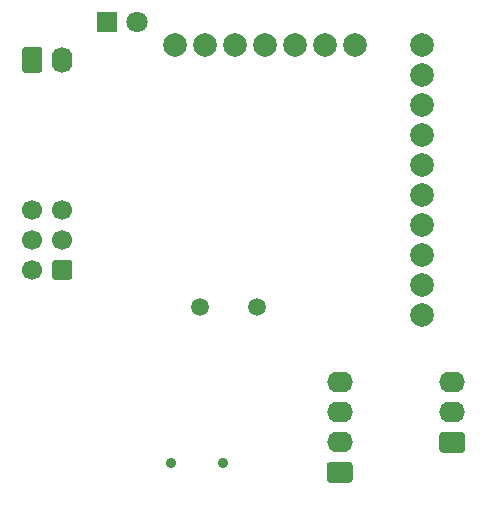
<source format=gbr>
%TF.GenerationSoftware,KiCad,Pcbnew,5.1.10*%
%TF.CreationDate,2021-10-29T02:28:02-05:00*%
%TF.ProjectId,evan_atmega32u4,6576616e-5f61-4746-9d65-676133327534,rev?*%
%TF.SameCoordinates,Original*%
%TF.FileFunction,Soldermask,Bot*%
%TF.FilePolarity,Negative*%
%FSLAX46Y46*%
G04 Gerber Fmt 4.6, Leading zero omitted, Abs format (unit mm)*
G04 Created by KiCad (PCBNEW 5.1.10) date 2021-10-29 02:28:02*
%MOMM*%
%LPD*%
G01*
G04 APERTURE LIST*
%ADD10C,1.500000*%
%ADD11C,1.800000*%
%ADD12R,1.800000X1.800000*%
%ADD13C,2.000000*%
%ADD14O,2.190000X1.740000*%
%ADD15C,0.900000*%
%ADD16O,1.740000X2.190000*%
%ADD17C,1.700000*%
G04 APERTURE END LIST*
D10*
%TO.C,Y1*%
X174825000Y-81915000D03*
X179705000Y-81915000D03*
%TD*%
D11*
%TO.C,D2*%
X169545000Y-57785000D03*
D12*
X167005000Y-57785000D03*
%TD*%
D13*
%TO.C,PB1*%
X187960000Y-59690000D03*
%TD*%
D14*
%TO.C,J5*%
X186690000Y-88265000D03*
X186690000Y-90805000D03*
X186690000Y-93345000D03*
G36*
G01*
X187535001Y-96755000D02*
X185844999Y-96755000D01*
G75*
G02*
X185595000Y-96505001I0J249999D01*
G01*
X185595000Y-95264999D01*
G75*
G02*
X185844999Y-95015000I249999J0D01*
G01*
X187535001Y-95015000D01*
G75*
G02*
X187785000Y-95264999I0J-249999D01*
G01*
X187785000Y-96505001D01*
G75*
G02*
X187535001Y-96755000I-249999J0D01*
G01*
G37*
%TD*%
D13*
%TO.C,PF7*%
X185420000Y-59690000D03*
%TD*%
%TO.C,PF6*%
X182880000Y-59690000D03*
%TD*%
%TO.C,PF5*%
X180340000Y-59690000D03*
%TD*%
%TO.C,PF4*%
X177800000Y-59690000D03*
%TD*%
%TO.C,PF1*%
X175260000Y-59690000D03*
%TD*%
%TO.C,PF0*%
X172720000Y-59690000D03*
%TD*%
%TO.C,PE2*%
X193675000Y-59690000D03*
%TD*%
%TO.C,PD7*%
X193675000Y-74930000D03*
%TD*%
%TO.C,PD6*%
X193675000Y-77470000D03*
%TD*%
%TO.C,PD5*%
X193675000Y-82550000D03*
%TD*%
%TO.C,PD4*%
X193675000Y-80010000D03*
%TD*%
%TO.C,PC7*%
X193675000Y-62230000D03*
%TD*%
%TO.C,PC6*%
X193675000Y-64770000D03*
%TD*%
%TO.C,PB6*%
X193675000Y-67310000D03*
%TD*%
%TO.C,PB5*%
X193675000Y-69850000D03*
%TD*%
%TO.C,PB4*%
X193675000Y-72390000D03*
%TD*%
D15*
%TO.C,J1*%
X176825000Y-95123000D03*
X172425000Y-95123000D03*
%TD*%
D14*
%TO.C,J4*%
X196215000Y-88265000D03*
X196215000Y-90805000D03*
G36*
G01*
X197060001Y-94215000D02*
X195369999Y-94215000D01*
G75*
G02*
X195120000Y-93965001I0J249999D01*
G01*
X195120000Y-92724999D01*
G75*
G02*
X195369999Y-92475000I249999J0D01*
G01*
X197060001Y-92475000D01*
G75*
G02*
X197310000Y-92724999I0J-249999D01*
G01*
X197310000Y-93965001D01*
G75*
G02*
X197060001Y-94215000I-249999J0D01*
G01*
G37*
%TD*%
D16*
%TO.C,J3*%
X163195000Y-60960000D03*
G36*
G01*
X159785000Y-61805001D02*
X159785000Y-60114999D01*
G75*
G02*
X160034999Y-59865000I249999J0D01*
G01*
X161275001Y-59865000D01*
G75*
G02*
X161525000Y-60114999I0J-249999D01*
G01*
X161525000Y-61805001D01*
G75*
G02*
X161275001Y-62055000I-249999J0D01*
G01*
X160034999Y-62055000D01*
G75*
G02*
X159785000Y-61805001I0J249999D01*
G01*
G37*
%TD*%
D17*
%TO.C,J2*%
X160655000Y-73660000D03*
X160655000Y-76200000D03*
X160655000Y-78740000D03*
X163195000Y-73660000D03*
X163195000Y-76200000D03*
G36*
G01*
X164045000Y-78140000D02*
X164045000Y-79340000D01*
G75*
G02*
X163795000Y-79590000I-250000J0D01*
G01*
X162595000Y-79590000D01*
G75*
G02*
X162345000Y-79340000I0J250000D01*
G01*
X162345000Y-78140000D01*
G75*
G02*
X162595000Y-77890000I250000J0D01*
G01*
X163795000Y-77890000D01*
G75*
G02*
X164045000Y-78140000I0J-250000D01*
G01*
G37*
%TD*%
M02*

</source>
